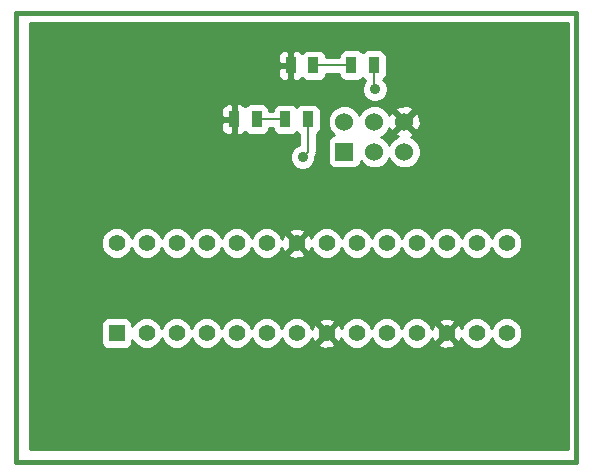
<source format=gtl>
G04 (created by PCBNEW-RS274X (2010-00-09 BZR 23xx)-stable) date Sun 16 Oct 2011 03:03:08 PM EDT*
G01*
G70*
G90*
%MOIN*%
G04 Gerber Fmt 3.4, Leading zero omitted, Abs format*
%FSLAX34Y34*%
G04 APERTURE LIST*
%ADD10C,0.006000*%
%ADD11C,0.015000*%
%ADD12C,0.055000*%
%ADD13R,0.055000X0.055000*%
%ADD14R,0.060000X0.060000*%
%ADD15C,0.060000*%
%ADD16R,0.035000X0.055000*%
%ADD17C,0.035000*%
%ADD18C,0.008000*%
%ADD19C,0.010000*%
G04 APERTURE END LIST*
G54D10*
G54D11*
X25260Y-21640D02*
X25270Y-21640D01*
X25260Y-36610D02*
X25260Y-21640D01*
X43910Y-36610D02*
X25260Y-36610D01*
X43910Y-21630D02*
X43910Y-36610D01*
X25280Y-21630D02*
X43910Y-21630D01*
G54D12*
X29600Y-32300D03*
X30600Y-32300D03*
X31600Y-32300D03*
X32600Y-32300D03*
X33600Y-32300D03*
X34600Y-32300D03*
X35600Y-32300D03*
X36600Y-32300D03*
X37600Y-32300D03*
X38600Y-32300D03*
X39600Y-32300D03*
X40600Y-32300D03*
X41600Y-32300D03*
G54D13*
X28600Y-32300D03*
G54D12*
X41600Y-29300D03*
X40600Y-29300D03*
X39600Y-29300D03*
X38600Y-29300D03*
X37600Y-29300D03*
X36600Y-29300D03*
X35600Y-29300D03*
X34600Y-29300D03*
X33600Y-29300D03*
X32600Y-29300D03*
X31600Y-29300D03*
X30600Y-29300D03*
X29600Y-29300D03*
X28600Y-29300D03*
G54D14*
X36190Y-26250D03*
G54D15*
X36190Y-25250D03*
X37190Y-26250D03*
X37190Y-25250D03*
X38190Y-26250D03*
X38190Y-25250D03*
G54D16*
X34975Y-25180D03*
X34225Y-25180D03*
X37175Y-23370D03*
X36425Y-23370D03*
X33265Y-25170D03*
X32515Y-25170D03*
X35155Y-23380D03*
X34405Y-23380D03*
G54D17*
X32880Y-23730D03*
X37210Y-24180D03*
X34800Y-26430D03*
G54D18*
X32515Y-25170D02*
X32515Y-24095D01*
X32515Y-24095D02*
X32880Y-23730D01*
X33230Y-23380D02*
X34405Y-23380D01*
X32880Y-23730D02*
X33230Y-23380D01*
X34225Y-25180D02*
X33275Y-25180D01*
X33275Y-25180D02*
X33265Y-25170D01*
X37175Y-23370D02*
X37175Y-24145D01*
X37175Y-24145D02*
X37210Y-24180D01*
X35155Y-23380D02*
X36415Y-23380D01*
X36415Y-23380D02*
X36425Y-23370D01*
X34975Y-26255D02*
X34975Y-25180D01*
X34800Y-26430D02*
X34975Y-26255D01*
G54D19*
X25730Y-21960D02*
X43635Y-21960D01*
X25730Y-22040D02*
X43635Y-22040D01*
X25730Y-22120D02*
X43635Y-22120D01*
X25730Y-22200D02*
X43635Y-22200D01*
X25730Y-22280D02*
X43635Y-22280D01*
X25730Y-22360D02*
X43635Y-22360D01*
X25730Y-22440D02*
X43635Y-22440D01*
X25730Y-22520D02*
X43635Y-22520D01*
X25730Y-22600D02*
X43635Y-22600D01*
X25730Y-22680D02*
X43635Y-22680D01*
X25730Y-22760D02*
X43635Y-22760D01*
X25730Y-22840D02*
X43635Y-22840D01*
X25730Y-22920D02*
X34063Y-22920D01*
X34355Y-22920D02*
X34455Y-22920D01*
X34747Y-22920D02*
X34813Y-22920D01*
X35497Y-22920D02*
X36073Y-22920D01*
X36777Y-22920D02*
X36822Y-22920D01*
X37527Y-22920D02*
X43635Y-22920D01*
X25730Y-23000D02*
X34004Y-23000D01*
X34355Y-23000D02*
X34455Y-23000D01*
X35556Y-23000D02*
X36020Y-23000D01*
X37580Y-23000D02*
X43635Y-23000D01*
X25730Y-23080D02*
X33981Y-23080D01*
X34355Y-23080D02*
X34455Y-23080D01*
X35579Y-23080D02*
X36001Y-23080D01*
X37599Y-23080D02*
X43635Y-23080D01*
X25730Y-23160D02*
X33981Y-23160D01*
X34355Y-23160D02*
X34455Y-23160D01*
X37599Y-23160D02*
X43635Y-23160D01*
X25730Y-23240D02*
X33981Y-23240D01*
X34355Y-23240D02*
X34455Y-23240D01*
X37599Y-23240D02*
X43635Y-23240D01*
X25730Y-23320D02*
X34032Y-23320D01*
X34355Y-23320D02*
X34455Y-23320D01*
X37599Y-23320D02*
X43635Y-23320D01*
X25730Y-23400D02*
X34455Y-23400D01*
X37599Y-23400D02*
X43635Y-23400D01*
X25730Y-23480D02*
X33992Y-23480D01*
X34355Y-23480D02*
X34455Y-23480D01*
X37599Y-23480D02*
X43635Y-23480D01*
X25730Y-23560D02*
X33980Y-23560D01*
X34355Y-23560D02*
X34455Y-23560D01*
X37599Y-23560D02*
X43635Y-23560D01*
X25730Y-23640D02*
X33981Y-23640D01*
X34355Y-23640D02*
X34455Y-23640D01*
X37599Y-23640D02*
X43635Y-23640D01*
X25730Y-23720D02*
X33987Y-23720D01*
X34355Y-23720D02*
X34455Y-23720D01*
X35572Y-23720D02*
X36011Y-23720D01*
X37588Y-23720D02*
X43635Y-23720D01*
X25730Y-23800D02*
X34023Y-23800D01*
X34355Y-23800D02*
X34455Y-23800D01*
X35537Y-23800D02*
X36053Y-23800D01*
X36795Y-23800D02*
X36803Y-23800D01*
X37547Y-23800D02*
X43635Y-23800D01*
X25730Y-23880D02*
X34122Y-23880D01*
X34318Y-23880D02*
X34492Y-23880D01*
X34687Y-23880D02*
X34872Y-23880D01*
X35437Y-23880D02*
X36166Y-23880D01*
X36682Y-23880D02*
X36885Y-23880D01*
X37511Y-23880D02*
X43635Y-23880D01*
X25730Y-23960D02*
X36842Y-23960D01*
X37580Y-23960D02*
X43635Y-23960D01*
X25730Y-24040D02*
X36808Y-24040D01*
X37613Y-24040D02*
X43635Y-24040D01*
X25730Y-24120D02*
X36785Y-24120D01*
X37635Y-24120D02*
X43635Y-24120D01*
X25730Y-24200D02*
X36785Y-24200D01*
X37635Y-24200D02*
X43635Y-24200D01*
X25730Y-24280D02*
X36791Y-24280D01*
X37628Y-24280D02*
X43635Y-24280D01*
X25730Y-24360D02*
X36824Y-24360D01*
X37595Y-24360D02*
X43635Y-24360D01*
X25730Y-24440D02*
X36869Y-24440D01*
X37551Y-24440D02*
X43635Y-24440D01*
X25730Y-24520D02*
X36949Y-24520D01*
X37471Y-24520D02*
X43635Y-24520D01*
X25730Y-24600D02*
X37113Y-24600D01*
X37306Y-24600D02*
X43635Y-24600D01*
X25730Y-24680D02*
X32209Y-24680D01*
X32438Y-24680D02*
X32592Y-24680D01*
X32822Y-24680D02*
X32959Y-24680D01*
X33572Y-24680D02*
X33943Y-24680D01*
X34508Y-24680D02*
X34693Y-24680D01*
X35258Y-24680D02*
X43635Y-24680D01*
X25730Y-24760D02*
X32127Y-24760D01*
X32465Y-24760D02*
X32565Y-24760D01*
X33654Y-24760D02*
X33843Y-24760D01*
X35357Y-24760D02*
X35940Y-24760D01*
X36441Y-24760D02*
X36940Y-24760D01*
X37441Y-24760D02*
X37954Y-24760D01*
X38420Y-24760D02*
X43635Y-24760D01*
X25730Y-24840D02*
X32094Y-24840D01*
X32465Y-24840D02*
X32565Y-24840D01*
X33687Y-24840D02*
X33808Y-24840D01*
X35393Y-24840D02*
X35824Y-24840D01*
X36556Y-24840D02*
X36824Y-24840D01*
X37556Y-24840D02*
X37892Y-24840D01*
X38489Y-24840D02*
X43635Y-24840D01*
X25730Y-24920D02*
X32091Y-24920D01*
X32465Y-24920D02*
X32565Y-24920D01*
X35399Y-24920D02*
X35744Y-24920D01*
X36636Y-24920D02*
X36744Y-24920D01*
X37636Y-24920D02*
X37930Y-24920D01*
X38449Y-24920D02*
X43635Y-24920D01*
X25730Y-25000D02*
X32091Y-25000D01*
X32465Y-25000D02*
X32565Y-25000D01*
X35399Y-25000D02*
X35700Y-25000D01*
X36681Y-25000D02*
X36700Y-25000D01*
X37681Y-25000D02*
X37707Y-25000D01*
X37870Y-25000D02*
X38010Y-25000D01*
X38369Y-25000D02*
X38511Y-25000D01*
X38675Y-25000D02*
X43635Y-25000D01*
X25730Y-25080D02*
X32112Y-25080D01*
X32465Y-25080D02*
X32565Y-25080D01*
X35399Y-25080D02*
X35667Y-25080D01*
X37950Y-25080D02*
X38090Y-25080D01*
X38289Y-25080D02*
X38431Y-25080D01*
X38708Y-25080D02*
X43635Y-25080D01*
X25730Y-25160D02*
X32565Y-25160D01*
X35399Y-25160D02*
X35641Y-25160D01*
X38030Y-25160D02*
X38170Y-25160D01*
X38209Y-25160D02*
X38351Y-25160D01*
X38725Y-25160D02*
X43635Y-25160D01*
X25730Y-25240D02*
X32132Y-25240D01*
X32465Y-25240D02*
X32565Y-25240D01*
X35399Y-25240D02*
X35641Y-25240D01*
X38110Y-25240D02*
X38271Y-25240D01*
X38729Y-25240D02*
X43635Y-25240D01*
X25730Y-25320D02*
X32090Y-25320D01*
X32465Y-25320D02*
X32565Y-25320D01*
X35399Y-25320D02*
X35641Y-25320D01*
X38049Y-25320D02*
X38330Y-25320D01*
X38733Y-25320D02*
X43635Y-25320D01*
X25730Y-25400D02*
X32091Y-25400D01*
X32465Y-25400D02*
X32565Y-25400D01*
X35399Y-25400D02*
X35658Y-25400D01*
X37969Y-25400D02*
X38111Y-25400D01*
X38270Y-25400D02*
X38410Y-25400D01*
X38708Y-25400D02*
X43635Y-25400D01*
X25730Y-25480D02*
X32091Y-25480D01*
X32465Y-25480D02*
X32565Y-25480D01*
X33689Y-25480D02*
X33801Y-25480D01*
X35399Y-25480D02*
X35691Y-25480D01*
X37687Y-25480D02*
X37696Y-25480D01*
X37889Y-25480D02*
X38031Y-25480D01*
X38350Y-25480D02*
X38490Y-25480D01*
X38679Y-25480D02*
X43635Y-25480D01*
X25730Y-25560D02*
X32118Y-25560D01*
X32465Y-25560D02*
X32565Y-25560D01*
X33661Y-25560D02*
X33824Y-25560D01*
X35376Y-25560D02*
X35724Y-25560D01*
X37655Y-25560D02*
X37951Y-25560D01*
X38430Y-25560D02*
X43635Y-25560D01*
X25730Y-25640D02*
X32183Y-25640D01*
X32458Y-25640D02*
X32572Y-25640D01*
X32846Y-25640D02*
X32933Y-25640D01*
X33597Y-25640D02*
X33883Y-25640D01*
X34566Y-25640D02*
X34633Y-25640D01*
X35317Y-25640D02*
X35803Y-25640D01*
X37576Y-25640D02*
X37885Y-25640D01*
X38494Y-25640D02*
X43635Y-25640D01*
X25730Y-25720D02*
X34685Y-25720D01*
X35265Y-25720D02*
X35795Y-25720D01*
X37488Y-25720D02*
X37908Y-25720D01*
X38471Y-25720D02*
X43635Y-25720D01*
X25730Y-25800D02*
X34685Y-25800D01*
X35265Y-25800D02*
X35688Y-25800D01*
X37516Y-25800D02*
X37864Y-25800D01*
X38516Y-25800D02*
X43635Y-25800D01*
X25730Y-25880D02*
X34685Y-25880D01*
X35265Y-25880D02*
X35650Y-25880D01*
X37596Y-25880D02*
X37784Y-25880D01*
X38596Y-25880D02*
X43635Y-25880D01*
X25730Y-25960D02*
X34685Y-25960D01*
X35265Y-25960D02*
X35641Y-25960D01*
X37664Y-25960D02*
X37717Y-25960D01*
X38664Y-25960D02*
X43635Y-25960D01*
X25730Y-26040D02*
X34630Y-26040D01*
X35265Y-26040D02*
X35641Y-26040D01*
X38697Y-26040D02*
X43635Y-26040D01*
X25730Y-26120D02*
X34509Y-26120D01*
X35265Y-26120D02*
X35641Y-26120D01*
X38731Y-26120D02*
X43635Y-26120D01*
X25730Y-26200D02*
X34436Y-26200D01*
X35265Y-26200D02*
X35641Y-26200D01*
X38739Y-26200D02*
X43635Y-26200D01*
X25730Y-26280D02*
X34403Y-26280D01*
X35260Y-26280D02*
X35641Y-26280D01*
X38739Y-26280D02*
X43635Y-26280D01*
X25730Y-26360D02*
X34375Y-26360D01*
X35244Y-26360D02*
X35641Y-26360D01*
X38738Y-26360D02*
X43635Y-26360D01*
X25730Y-26440D02*
X34375Y-26440D01*
X35225Y-26440D02*
X35641Y-26440D01*
X38705Y-26440D02*
X43635Y-26440D01*
X25730Y-26520D02*
X34377Y-26520D01*
X35222Y-26520D02*
X35641Y-26520D01*
X37671Y-26520D02*
X37708Y-26520D01*
X38672Y-26520D02*
X43635Y-26520D01*
X25730Y-26600D02*
X34410Y-26600D01*
X35189Y-26600D02*
X35641Y-26600D01*
X36739Y-26600D02*
X36764Y-26600D01*
X37616Y-26600D02*
X37764Y-26600D01*
X38616Y-26600D02*
X43635Y-26600D01*
X25730Y-26680D02*
X34449Y-26680D01*
X35151Y-26680D02*
X35674Y-26680D01*
X36705Y-26680D02*
X36844Y-26680D01*
X37536Y-26680D02*
X37844Y-26680D01*
X38536Y-26680D02*
X43635Y-26680D01*
X25730Y-26760D02*
X34529Y-26760D01*
X35071Y-26760D02*
X35748Y-26760D01*
X36632Y-26760D02*
X36987Y-26760D01*
X37392Y-26760D02*
X37987Y-26760D01*
X38392Y-26760D02*
X43635Y-26760D01*
X25730Y-26840D02*
X34679Y-26840D01*
X34920Y-26840D02*
X43635Y-26840D01*
X25730Y-26920D02*
X43635Y-26920D01*
X25730Y-27000D02*
X43635Y-27000D01*
X25730Y-27080D02*
X43635Y-27080D01*
X25730Y-27160D02*
X43635Y-27160D01*
X25730Y-27240D02*
X43635Y-27240D01*
X25730Y-27320D02*
X43635Y-27320D01*
X25730Y-27400D02*
X43635Y-27400D01*
X25730Y-27480D02*
X43635Y-27480D01*
X25730Y-27560D02*
X43635Y-27560D01*
X25730Y-27640D02*
X43635Y-27640D01*
X25730Y-27720D02*
X43635Y-27720D01*
X25730Y-27800D02*
X43635Y-27800D01*
X25730Y-27880D02*
X43635Y-27880D01*
X25730Y-27960D02*
X43635Y-27960D01*
X25730Y-28040D02*
X43635Y-28040D01*
X25730Y-28120D02*
X43635Y-28120D01*
X25730Y-28200D02*
X43635Y-28200D01*
X25730Y-28280D02*
X43635Y-28280D01*
X25730Y-28360D02*
X43635Y-28360D01*
X25730Y-28440D02*
X43635Y-28440D01*
X25730Y-28520D02*
X43635Y-28520D01*
X25730Y-28600D02*
X43635Y-28600D01*
X25730Y-28680D02*
X43635Y-28680D01*
X25730Y-28760D02*
X43635Y-28760D01*
X25730Y-28840D02*
X28340Y-28840D01*
X28862Y-28840D02*
X29340Y-28840D01*
X29862Y-28840D02*
X30340Y-28840D01*
X30862Y-28840D02*
X31340Y-28840D01*
X31862Y-28840D02*
X32339Y-28840D01*
X32862Y-28840D02*
X33340Y-28840D01*
X33862Y-28840D02*
X34353Y-28840D01*
X34845Y-28840D02*
X35340Y-28840D01*
X35862Y-28840D02*
X36340Y-28840D01*
X36862Y-28840D02*
X37340Y-28840D01*
X37862Y-28840D02*
X38340Y-28840D01*
X38862Y-28840D02*
X39340Y-28840D01*
X39862Y-28840D02*
X40340Y-28840D01*
X40862Y-28840D02*
X41340Y-28840D01*
X41862Y-28840D02*
X43635Y-28840D01*
X25730Y-28920D02*
X28238Y-28920D01*
X28963Y-28920D02*
X29238Y-28920D01*
X29963Y-28920D02*
X30238Y-28920D01*
X30963Y-28920D02*
X31238Y-28920D01*
X31963Y-28920D02*
X32238Y-28920D01*
X32963Y-28920D02*
X33238Y-28920D01*
X33963Y-28920D02*
X34315Y-28920D01*
X34886Y-28920D02*
X35238Y-28920D01*
X35963Y-28920D02*
X36238Y-28920D01*
X36963Y-28920D02*
X37238Y-28920D01*
X37963Y-28920D02*
X38238Y-28920D01*
X38963Y-28920D02*
X39238Y-28920D01*
X39963Y-28920D02*
X40238Y-28920D01*
X40963Y-28920D02*
X41238Y-28920D01*
X41963Y-28920D02*
X43635Y-28920D01*
X25730Y-29000D02*
X28158Y-29000D01*
X29043Y-29000D02*
X29158Y-29000D01*
X30043Y-29000D02*
X30158Y-29000D01*
X31043Y-29000D02*
X31158Y-29000D01*
X32043Y-29000D02*
X32158Y-29000D01*
X33043Y-29000D02*
X33158Y-29000D01*
X34043Y-29000D02*
X34371Y-29000D01*
X34829Y-29000D02*
X35158Y-29000D01*
X36043Y-29000D02*
X36158Y-29000D01*
X37043Y-29000D02*
X37158Y-29000D01*
X38043Y-29000D02*
X38158Y-29000D01*
X39043Y-29000D02*
X39158Y-29000D01*
X40043Y-29000D02*
X40158Y-29000D01*
X41043Y-29000D02*
X41158Y-29000D01*
X42043Y-29000D02*
X43635Y-29000D01*
X25730Y-29080D02*
X28123Y-29080D01*
X29077Y-29080D02*
X29123Y-29080D01*
X30077Y-29080D02*
X30123Y-29080D01*
X31077Y-29080D02*
X31123Y-29080D01*
X32077Y-29080D02*
X32123Y-29080D01*
X33077Y-29080D02*
X33123Y-29080D01*
X34077Y-29080D02*
X34132Y-29080D01*
X34309Y-29080D02*
X34451Y-29080D01*
X34749Y-29080D02*
X34891Y-29080D01*
X35071Y-29080D02*
X35123Y-29080D01*
X36077Y-29080D02*
X36123Y-29080D01*
X37077Y-29080D02*
X37123Y-29080D01*
X38078Y-29080D02*
X38123Y-29080D01*
X39077Y-29080D02*
X39123Y-29080D01*
X40077Y-29080D02*
X40123Y-29080D01*
X41077Y-29080D02*
X41123Y-29080D01*
X42077Y-29080D02*
X43635Y-29080D01*
X25730Y-29160D02*
X28090Y-29160D01*
X34389Y-29160D02*
X34531Y-29160D01*
X34669Y-29160D02*
X34811Y-29160D01*
X42111Y-29160D02*
X43635Y-29160D01*
X25730Y-29240D02*
X28075Y-29240D01*
X34469Y-29240D02*
X34731Y-29240D01*
X42125Y-29240D02*
X43635Y-29240D01*
X25730Y-29320D02*
X28075Y-29320D01*
X34509Y-29320D02*
X34691Y-29320D01*
X42125Y-29320D02*
X43635Y-29320D01*
X25730Y-29400D02*
X28075Y-29400D01*
X34429Y-29400D02*
X34571Y-29400D01*
X34629Y-29400D02*
X34771Y-29400D01*
X42125Y-29400D02*
X43635Y-29400D01*
X25730Y-29480D02*
X28106Y-29480D01*
X29093Y-29480D02*
X29106Y-29480D01*
X30093Y-29480D02*
X30106Y-29480D01*
X31093Y-29480D02*
X31106Y-29480D01*
X32093Y-29480D02*
X32106Y-29480D01*
X33093Y-29480D02*
X33106Y-29480D01*
X34093Y-29480D02*
X34112Y-29480D01*
X34349Y-29480D02*
X34491Y-29480D01*
X34709Y-29480D02*
X34851Y-29480D01*
X35081Y-29480D02*
X35106Y-29480D01*
X36093Y-29480D02*
X36106Y-29480D01*
X37093Y-29480D02*
X37106Y-29480D01*
X38093Y-29480D02*
X38106Y-29480D01*
X39093Y-29480D02*
X39106Y-29480D01*
X40093Y-29480D02*
X40106Y-29480D01*
X41093Y-29480D02*
X41106Y-29480D01*
X42093Y-29480D02*
X43635Y-29480D01*
X25730Y-29560D02*
X28139Y-29560D01*
X29060Y-29560D02*
X29139Y-29560D01*
X30060Y-29560D02*
X30139Y-29560D01*
X31060Y-29560D02*
X31139Y-29560D01*
X32060Y-29560D02*
X32139Y-29560D01*
X33060Y-29560D02*
X33139Y-29560D01*
X34060Y-29560D02*
X34145Y-29560D01*
X34269Y-29560D02*
X34411Y-29560D01*
X34789Y-29560D02*
X34931Y-29560D01*
X35054Y-29560D02*
X35139Y-29560D01*
X36060Y-29560D02*
X36139Y-29560D01*
X37060Y-29560D02*
X37139Y-29560D01*
X38060Y-29560D02*
X38139Y-29560D01*
X39060Y-29560D02*
X39139Y-29560D01*
X40060Y-29560D02*
X40139Y-29560D01*
X41060Y-29560D02*
X41139Y-29560D01*
X42060Y-29560D02*
X43635Y-29560D01*
X25730Y-29640D02*
X28197Y-29640D01*
X29002Y-29640D02*
X29197Y-29640D01*
X30002Y-29640D02*
X30197Y-29640D01*
X31002Y-29640D02*
X31197Y-29640D01*
X32002Y-29640D02*
X32197Y-29640D01*
X33002Y-29640D02*
X33197Y-29640D01*
X34002Y-29640D02*
X34331Y-29640D01*
X34869Y-29640D02*
X35197Y-29640D01*
X36002Y-29640D02*
X36197Y-29640D01*
X37002Y-29640D02*
X37197Y-29640D01*
X38002Y-29640D02*
X38197Y-29640D01*
X39002Y-29640D02*
X39197Y-29640D01*
X40002Y-29640D02*
X40197Y-29640D01*
X41002Y-29640D02*
X41197Y-29640D01*
X42002Y-29640D02*
X43635Y-29640D01*
X25730Y-29720D02*
X28277Y-29720D01*
X28922Y-29720D02*
X29277Y-29720D01*
X29922Y-29720D02*
X30277Y-29720D01*
X30922Y-29720D02*
X31277Y-29720D01*
X31922Y-29720D02*
X32277Y-29720D01*
X32922Y-29720D02*
X33277Y-29720D01*
X33922Y-29720D02*
X34324Y-29720D01*
X34875Y-29720D02*
X35277Y-29720D01*
X35922Y-29720D02*
X36277Y-29720D01*
X36922Y-29720D02*
X37277Y-29720D01*
X37922Y-29720D02*
X38277Y-29720D01*
X38922Y-29720D02*
X39277Y-29720D01*
X39922Y-29720D02*
X40277Y-29720D01*
X40922Y-29720D02*
X41277Y-29720D01*
X41922Y-29720D02*
X43635Y-29720D01*
X25730Y-29800D02*
X28434Y-29800D01*
X28764Y-29800D02*
X29434Y-29800D01*
X29764Y-29800D02*
X30434Y-29800D01*
X30764Y-29800D02*
X31434Y-29800D01*
X31764Y-29800D02*
X32434Y-29800D01*
X32764Y-29800D02*
X33434Y-29800D01*
X33764Y-29800D02*
X34471Y-29800D01*
X34749Y-29800D02*
X35434Y-29800D01*
X35764Y-29800D02*
X36434Y-29800D01*
X36764Y-29800D02*
X37434Y-29800D01*
X37764Y-29800D02*
X38434Y-29800D01*
X38764Y-29800D02*
X39434Y-29800D01*
X39764Y-29800D02*
X40434Y-29800D01*
X40764Y-29800D02*
X41434Y-29800D01*
X41764Y-29800D02*
X43635Y-29800D01*
X25730Y-29880D02*
X43635Y-29880D01*
X25730Y-29960D02*
X43635Y-29960D01*
X25730Y-30040D02*
X43635Y-30040D01*
X25730Y-30120D02*
X43635Y-30120D01*
X25730Y-30200D02*
X43635Y-30200D01*
X25730Y-30280D02*
X43635Y-30280D01*
X25730Y-30360D02*
X43635Y-30360D01*
X25730Y-30440D02*
X43635Y-30440D01*
X25730Y-30520D02*
X43635Y-30520D01*
X25730Y-30600D02*
X43635Y-30600D01*
X25730Y-30680D02*
X43635Y-30680D01*
X25730Y-30760D02*
X43635Y-30760D01*
X25730Y-30840D02*
X43635Y-30840D01*
X25730Y-30920D02*
X43635Y-30920D01*
X25730Y-31000D02*
X43635Y-31000D01*
X25730Y-31080D02*
X43635Y-31080D01*
X25730Y-31160D02*
X43635Y-31160D01*
X25730Y-31240D02*
X43635Y-31240D01*
X25730Y-31320D02*
X43635Y-31320D01*
X25730Y-31400D02*
X43635Y-31400D01*
X25730Y-31480D02*
X43635Y-31480D01*
X25730Y-31560D02*
X43635Y-31560D01*
X25730Y-31640D02*
X43635Y-31640D01*
X25730Y-31720D02*
X43635Y-31720D01*
X25730Y-31800D02*
X28218Y-31800D01*
X28983Y-31800D02*
X29436Y-31800D01*
X29766Y-31800D02*
X30436Y-31800D01*
X30766Y-31800D02*
X31436Y-31800D01*
X31766Y-31800D02*
X32436Y-31800D01*
X32766Y-31800D02*
X33435Y-31800D01*
X33766Y-31800D02*
X34436Y-31800D01*
X34766Y-31800D02*
X35451Y-31800D01*
X35729Y-31800D02*
X36436Y-31800D01*
X36766Y-31800D02*
X37436Y-31800D01*
X37766Y-31800D02*
X38436Y-31800D01*
X38766Y-31800D02*
X39451Y-31800D01*
X39729Y-31800D02*
X40436Y-31800D01*
X40766Y-31800D02*
X41435Y-31800D01*
X41766Y-31800D02*
X43635Y-31800D01*
X25730Y-31880D02*
X28118Y-31880D01*
X29082Y-31880D02*
X29278Y-31880D01*
X29923Y-31880D02*
X30278Y-31880D01*
X30923Y-31880D02*
X31278Y-31880D01*
X31923Y-31880D02*
X32278Y-31880D01*
X32923Y-31880D02*
X33278Y-31880D01*
X33923Y-31880D02*
X34278Y-31880D01*
X34923Y-31880D02*
X35325Y-31880D01*
X35876Y-31880D02*
X36278Y-31880D01*
X36923Y-31880D02*
X37278Y-31880D01*
X37923Y-31880D02*
X38278Y-31880D01*
X38923Y-31880D02*
X39325Y-31880D01*
X39876Y-31880D02*
X40278Y-31880D01*
X40923Y-31880D02*
X41278Y-31880D01*
X41923Y-31880D02*
X43635Y-31880D01*
X25730Y-31960D02*
X28083Y-31960D01*
X29118Y-31960D02*
X29198Y-31960D01*
X30003Y-31960D02*
X30198Y-31960D01*
X31003Y-31960D02*
X31198Y-31960D01*
X32003Y-31960D02*
X32198Y-31960D01*
X33003Y-31960D02*
X33198Y-31960D01*
X34003Y-31960D02*
X34198Y-31960D01*
X35003Y-31960D02*
X35331Y-31960D01*
X35869Y-31960D02*
X36198Y-31960D01*
X37003Y-31960D02*
X37198Y-31960D01*
X38003Y-31960D02*
X38198Y-31960D01*
X39003Y-31960D02*
X39331Y-31960D01*
X39869Y-31960D02*
X40198Y-31960D01*
X41003Y-31960D02*
X41198Y-31960D01*
X42003Y-31960D02*
X43635Y-31960D01*
X25730Y-32040D02*
X28076Y-32040D01*
X29124Y-32040D02*
X29140Y-32040D01*
X30061Y-32040D02*
X30139Y-32040D01*
X31061Y-32040D02*
X31139Y-32040D01*
X32061Y-32040D02*
X32139Y-32040D01*
X33061Y-32040D02*
X33139Y-32040D01*
X34061Y-32040D02*
X34139Y-32040D01*
X35061Y-32040D02*
X35146Y-32040D01*
X35269Y-32040D02*
X35411Y-32040D01*
X35789Y-32040D02*
X35931Y-32040D01*
X36055Y-32040D02*
X36139Y-32040D01*
X37061Y-32040D02*
X37139Y-32040D01*
X38061Y-32040D02*
X38139Y-32040D01*
X39061Y-32040D02*
X39146Y-32040D01*
X39269Y-32040D02*
X39411Y-32040D01*
X39789Y-32040D02*
X39931Y-32040D01*
X40055Y-32040D02*
X40139Y-32040D01*
X41061Y-32040D02*
X41139Y-32040D01*
X42061Y-32040D02*
X43635Y-32040D01*
X25730Y-32120D02*
X28076Y-32120D01*
X30093Y-32120D02*
X30106Y-32120D01*
X31093Y-32120D02*
X31106Y-32120D01*
X32093Y-32120D02*
X32106Y-32120D01*
X33093Y-32120D02*
X33106Y-32120D01*
X34093Y-32120D02*
X34106Y-32120D01*
X35094Y-32120D02*
X35118Y-32120D01*
X35349Y-32120D02*
X35491Y-32120D01*
X35709Y-32120D02*
X35851Y-32120D01*
X36088Y-32120D02*
X36106Y-32120D01*
X37093Y-32120D02*
X37106Y-32120D01*
X38093Y-32120D02*
X38106Y-32120D01*
X39094Y-32120D02*
X39118Y-32120D01*
X39349Y-32120D02*
X39491Y-32120D01*
X39709Y-32120D02*
X39851Y-32120D01*
X40088Y-32120D02*
X40106Y-32120D01*
X41093Y-32120D02*
X41106Y-32120D01*
X42094Y-32120D02*
X43635Y-32120D01*
X25730Y-32200D02*
X28076Y-32200D01*
X35429Y-32200D02*
X35571Y-32200D01*
X35629Y-32200D02*
X35771Y-32200D01*
X39429Y-32200D02*
X39571Y-32200D01*
X39629Y-32200D02*
X39771Y-32200D01*
X42125Y-32200D02*
X43635Y-32200D01*
X25730Y-32280D02*
X28076Y-32280D01*
X35509Y-32280D02*
X35691Y-32280D01*
X39509Y-32280D02*
X39691Y-32280D01*
X42125Y-32280D02*
X43635Y-32280D01*
X25730Y-32360D02*
X28076Y-32360D01*
X35469Y-32360D02*
X35731Y-32360D01*
X39469Y-32360D02*
X39731Y-32360D01*
X42125Y-32360D02*
X43635Y-32360D01*
X25730Y-32440D02*
X28076Y-32440D01*
X35389Y-32440D02*
X35531Y-32440D01*
X35669Y-32440D02*
X35811Y-32440D01*
X39389Y-32440D02*
X39531Y-32440D01*
X39669Y-32440D02*
X39811Y-32440D01*
X42110Y-32440D02*
X43635Y-32440D01*
X25730Y-32520D02*
X28076Y-32520D01*
X30077Y-32520D02*
X30123Y-32520D01*
X31077Y-32520D02*
X31123Y-32520D01*
X32077Y-32520D02*
X32123Y-32520D01*
X33077Y-32520D02*
X33123Y-32520D01*
X34077Y-32520D02*
X34123Y-32520D01*
X35077Y-32520D02*
X35128Y-32520D01*
X35309Y-32520D02*
X35451Y-32520D01*
X35749Y-32520D02*
X35891Y-32520D01*
X36068Y-32520D02*
X36122Y-32520D01*
X37077Y-32520D02*
X37123Y-32520D01*
X38077Y-32520D02*
X38123Y-32520D01*
X39077Y-32520D02*
X39128Y-32520D01*
X39309Y-32520D02*
X39451Y-32520D01*
X39749Y-32520D02*
X39891Y-32520D01*
X40068Y-32520D02*
X40122Y-32520D01*
X41077Y-32520D02*
X41123Y-32520D01*
X42077Y-32520D02*
X43635Y-32520D01*
X25730Y-32600D02*
X28076Y-32600D01*
X29124Y-32600D02*
X29157Y-32600D01*
X30042Y-32600D02*
X30157Y-32600D01*
X31042Y-32600D02*
X31157Y-32600D01*
X32042Y-32600D02*
X32157Y-32600D01*
X33042Y-32600D02*
X33157Y-32600D01*
X34042Y-32600D02*
X34157Y-32600D01*
X35042Y-32600D02*
X35371Y-32600D01*
X35829Y-32600D02*
X36157Y-32600D01*
X37042Y-32600D02*
X37157Y-32600D01*
X38042Y-32600D02*
X38157Y-32600D01*
X39042Y-32600D02*
X39371Y-32600D01*
X39829Y-32600D02*
X40157Y-32600D01*
X41042Y-32600D02*
X41157Y-32600D01*
X42042Y-32600D02*
X43635Y-32600D01*
X25730Y-32680D02*
X28099Y-32680D01*
X29101Y-32680D02*
X29237Y-32680D01*
X29962Y-32680D02*
X30237Y-32680D01*
X30962Y-32680D02*
X31237Y-32680D01*
X31962Y-32680D02*
X32237Y-32680D01*
X32962Y-32680D02*
X33237Y-32680D01*
X33962Y-32680D02*
X34237Y-32680D01*
X34962Y-32680D02*
X35314Y-32680D01*
X35885Y-32680D02*
X36237Y-32680D01*
X36962Y-32680D02*
X37237Y-32680D01*
X37962Y-32680D02*
X38237Y-32680D01*
X38962Y-32680D02*
X39314Y-32680D01*
X39885Y-32680D02*
X40237Y-32680D01*
X40962Y-32680D02*
X41237Y-32680D01*
X41962Y-32680D02*
X43635Y-32680D01*
X25730Y-32760D02*
X28158Y-32760D01*
X29042Y-32760D02*
X29338Y-32760D01*
X29860Y-32760D02*
X30338Y-32760D01*
X30860Y-32760D02*
X31338Y-32760D01*
X31860Y-32760D02*
X32338Y-32760D01*
X32860Y-32760D02*
X33338Y-32760D01*
X33860Y-32760D02*
X34338Y-32760D01*
X34860Y-32760D02*
X35356Y-32760D01*
X35847Y-32760D02*
X36338Y-32760D01*
X36860Y-32760D02*
X37338Y-32760D01*
X37860Y-32760D02*
X38338Y-32760D01*
X38860Y-32760D02*
X39356Y-32760D01*
X39847Y-32760D02*
X40338Y-32760D01*
X40860Y-32760D02*
X41338Y-32760D01*
X41860Y-32760D02*
X43635Y-32760D01*
X25730Y-32840D02*
X43635Y-32840D01*
X25730Y-32920D02*
X43635Y-32920D01*
X25730Y-33000D02*
X43635Y-33000D01*
X25730Y-33080D02*
X43635Y-33080D01*
X25730Y-33160D02*
X43635Y-33160D01*
X25730Y-33240D02*
X43635Y-33240D01*
X25730Y-33320D02*
X43635Y-33320D01*
X25730Y-33400D02*
X43635Y-33400D01*
X25730Y-33480D02*
X43635Y-33480D01*
X25730Y-33560D02*
X43635Y-33560D01*
X25730Y-33640D02*
X43635Y-33640D01*
X25730Y-33720D02*
X43635Y-33720D01*
X25730Y-33800D02*
X43635Y-33800D01*
X25730Y-33880D02*
X43635Y-33880D01*
X25730Y-33960D02*
X43635Y-33960D01*
X25730Y-34040D02*
X43635Y-34040D01*
X25730Y-34120D02*
X43635Y-34120D01*
X25730Y-34200D02*
X43635Y-34200D01*
X25730Y-34280D02*
X43635Y-34280D01*
X25730Y-34360D02*
X43635Y-34360D01*
X25730Y-34440D02*
X43635Y-34440D01*
X25730Y-34520D02*
X43635Y-34520D01*
X25730Y-34600D02*
X43635Y-34600D01*
X25730Y-34680D02*
X43635Y-34680D01*
X25730Y-34760D02*
X43635Y-34760D01*
X25730Y-34840D02*
X43635Y-34840D01*
X25730Y-34920D02*
X43635Y-34920D01*
X25730Y-35000D02*
X43635Y-35000D01*
X25730Y-35080D02*
X43635Y-35080D01*
X25730Y-35160D02*
X43635Y-35160D01*
X25730Y-35240D02*
X43635Y-35240D01*
X25730Y-35320D02*
X43635Y-35320D01*
X25730Y-35400D02*
X43635Y-35400D01*
X25730Y-35480D02*
X43635Y-35480D01*
X25730Y-35560D02*
X43635Y-35560D01*
X25730Y-35640D02*
X43635Y-35640D01*
X25730Y-35720D02*
X43635Y-35720D01*
X25730Y-35800D02*
X43635Y-35800D01*
X25730Y-35880D02*
X43635Y-35880D01*
X25730Y-35960D02*
X43635Y-35960D01*
X25730Y-36040D02*
X43635Y-36040D01*
X25730Y-36120D02*
X43635Y-36120D01*
X43635Y-36180D02*
X43635Y-21960D01*
X25730Y-21960D01*
X25730Y-36180D01*
X34495Y-36180D01*
X34495Y-32825D01*
X34302Y-32745D01*
X34155Y-32597D01*
X34100Y-32464D01*
X34045Y-32598D01*
X33897Y-32745D01*
X33704Y-32825D01*
X33495Y-32825D01*
X33302Y-32745D01*
X33155Y-32597D01*
X33100Y-32464D01*
X33045Y-32598D01*
X32897Y-32745D01*
X32704Y-32825D01*
X32495Y-32825D01*
X32302Y-32745D01*
X32155Y-32597D01*
X32100Y-32464D01*
X32045Y-32598D01*
X31897Y-32745D01*
X31704Y-32825D01*
X31495Y-32825D01*
X31302Y-32745D01*
X31155Y-32597D01*
X31100Y-32464D01*
X31045Y-32598D01*
X30897Y-32745D01*
X30704Y-32825D01*
X30495Y-32825D01*
X30302Y-32745D01*
X30155Y-32597D01*
X30100Y-32464D01*
X30045Y-32598D01*
X29897Y-32745D01*
X29704Y-32825D01*
X29495Y-32825D01*
X29302Y-32745D01*
X29155Y-32597D01*
X29124Y-32522D01*
X29124Y-32625D01*
X29086Y-32716D01*
X29016Y-32786D01*
X28924Y-32824D01*
X28275Y-32824D01*
X28184Y-32786D01*
X28114Y-32716D01*
X28076Y-32624D01*
X28076Y-31975D01*
X28114Y-31884D01*
X28184Y-31814D01*
X28276Y-31776D01*
X28925Y-31776D01*
X29016Y-31814D01*
X29086Y-31884D01*
X29124Y-31976D01*
X29124Y-32076D01*
X29155Y-32002D01*
X29303Y-31855D01*
X29496Y-31775D01*
X29705Y-31775D01*
X29898Y-31855D01*
X30045Y-32003D01*
X30099Y-32135D01*
X30155Y-32002D01*
X30303Y-31855D01*
X30496Y-31775D01*
X30705Y-31775D01*
X30898Y-31855D01*
X31045Y-32003D01*
X31099Y-32135D01*
X31155Y-32002D01*
X31303Y-31855D01*
X31496Y-31775D01*
X31705Y-31775D01*
X31898Y-31855D01*
X32045Y-32003D01*
X32099Y-32135D01*
X32155Y-32002D01*
X32303Y-31855D01*
X32496Y-31775D01*
X32705Y-31775D01*
X32898Y-31855D01*
X33045Y-32003D01*
X33099Y-32135D01*
X33155Y-32002D01*
X33303Y-31855D01*
X33495Y-31775D01*
X33495Y-29825D01*
X33302Y-29745D01*
X33155Y-29597D01*
X33100Y-29464D01*
X33045Y-29598D01*
X32897Y-29745D01*
X32704Y-29825D01*
X32495Y-29825D01*
X32302Y-29745D01*
X32155Y-29597D01*
X32100Y-29464D01*
X32045Y-29598D01*
X31897Y-29745D01*
X31704Y-29825D01*
X31495Y-29825D01*
X31302Y-29745D01*
X31155Y-29597D01*
X31100Y-29464D01*
X31045Y-29598D01*
X30897Y-29745D01*
X30704Y-29825D01*
X30495Y-29825D01*
X30302Y-29745D01*
X30155Y-29597D01*
X30100Y-29464D01*
X30045Y-29598D01*
X29897Y-29745D01*
X29704Y-29825D01*
X29495Y-29825D01*
X29302Y-29745D01*
X29155Y-29597D01*
X29100Y-29464D01*
X29045Y-29598D01*
X28897Y-29745D01*
X28704Y-29825D01*
X28495Y-29825D01*
X28302Y-29745D01*
X28155Y-29597D01*
X28075Y-29404D01*
X28075Y-29195D01*
X28155Y-29002D01*
X28303Y-28855D01*
X28496Y-28775D01*
X28705Y-28775D01*
X28898Y-28855D01*
X29045Y-29003D01*
X29099Y-29135D01*
X29155Y-29002D01*
X29303Y-28855D01*
X29496Y-28775D01*
X29705Y-28775D01*
X29898Y-28855D01*
X30045Y-29003D01*
X30099Y-29135D01*
X30155Y-29002D01*
X30303Y-28855D01*
X30496Y-28775D01*
X30705Y-28775D01*
X30898Y-28855D01*
X31045Y-29003D01*
X31099Y-29135D01*
X31155Y-29002D01*
X31303Y-28855D01*
X31496Y-28775D01*
X31705Y-28775D01*
X31898Y-28855D01*
X32045Y-29003D01*
X32099Y-29135D01*
X32155Y-29002D01*
X32303Y-28855D01*
X32403Y-28813D01*
X32403Y-25695D01*
X32291Y-25694D01*
X32199Y-25656D01*
X32129Y-25586D01*
X32091Y-25495D01*
X32091Y-25396D01*
X32090Y-25282D01*
X32152Y-25220D01*
X32152Y-25120D01*
X32090Y-25058D01*
X32091Y-24944D01*
X32091Y-24845D01*
X32129Y-24754D01*
X32199Y-24684D01*
X32291Y-24646D01*
X32403Y-24645D01*
X32465Y-24707D01*
X32465Y-25120D01*
X32152Y-25120D01*
X32152Y-25220D01*
X32465Y-25220D01*
X32465Y-25633D01*
X32403Y-25695D01*
X32403Y-28813D01*
X32496Y-28775D01*
X32705Y-28775D01*
X32898Y-28855D01*
X33045Y-29003D01*
X33099Y-29135D01*
X33155Y-29002D01*
X33303Y-28855D01*
X33496Y-28775D01*
X33705Y-28775D01*
X33898Y-28855D01*
X34045Y-29003D01*
X34106Y-29151D01*
X34148Y-29033D01*
X34239Y-29010D01*
X34529Y-29300D01*
X34239Y-29590D01*
X34148Y-29567D01*
X34103Y-29457D01*
X34045Y-29598D01*
X33897Y-29745D01*
X33704Y-29825D01*
X33495Y-29825D01*
X33495Y-31775D01*
X33705Y-31775D01*
X33898Y-31855D01*
X34045Y-32003D01*
X34099Y-32135D01*
X34155Y-32002D01*
X34303Y-31855D01*
X34496Y-31775D01*
X34526Y-31775D01*
X34526Y-29819D01*
X34333Y-29752D01*
X34310Y-29661D01*
X34600Y-29371D01*
X34600Y-29229D01*
X34310Y-28939D01*
X34333Y-28848D01*
X34470Y-28792D01*
X34674Y-28781D01*
X34715Y-28795D01*
X34715Y-26855D01*
X34559Y-26790D01*
X34439Y-26670D01*
X34375Y-26514D01*
X34375Y-26345D01*
X34440Y-26189D01*
X34560Y-26069D01*
X34685Y-26017D01*
X34685Y-25676D01*
X34659Y-25666D01*
X34599Y-25606D01*
X34541Y-25666D01*
X34449Y-25704D01*
X34000Y-25704D01*
X33909Y-25666D01*
X33839Y-25596D01*
X33801Y-25504D01*
X33801Y-25470D01*
X33689Y-25470D01*
X33689Y-25495D01*
X33651Y-25586D01*
X33581Y-25656D01*
X33489Y-25694D01*
X33040Y-25694D01*
X32949Y-25656D01*
X32889Y-25596D01*
X32831Y-25656D01*
X32739Y-25694D01*
X32627Y-25695D01*
X32565Y-25633D01*
X32565Y-25220D01*
X32565Y-25120D01*
X32565Y-24707D01*
X32627Y-24645D01*
X32739Y-24646D01*
X32831Y-24684D01*
X32889Y-24742D01*
X32949Y-24684D01*
X33041Y-24646D01*
X33490Y-24646D01*
X33581Y-24684D01*
X33651Y-24754D01*
X33689Y-24846D01*
X33689Y-24890D01*
X33801Y-24890D01*
X33801Y-24855D01*
X33839Y-24764D01*
X33909Y-24694D01*
X34001Y-24656D01*
X34293Y-24656D01*
X34293Y-23905D01*
X34181Y-23904D01*
X34089Y-23866D01*
X34019Y-23796D01*
X33981Y-23705D01*
X33981Y-23606D01*
X33980Y-23492D01*
X34042Y-23430D01*
X34042Y-23330D01*
X33980Y-23268D01*
X33981Y-23154D01*
X33981Y-23055D01*
X34019Y-22964D01*
X34089Y-22894D01*
X34181Y-22856D01*
X34293Y-22855D01*
X34355Y-22917D01*
X34355Y-23330D01*
X34042Y-23330D01*
X34042Y-23430D01*
X34355Y-23430D01*
X34355Y-23843D01*
X34293Y-23905D01*
X34293Y-24656D01*
X34450Y-24656D01*
X34541Y-24694D01*
X34599Y-24752D01*
X34659Y-24694D01*
X34751Y-24656D01*
X35200Y-24656D01*
X35291Y-24694D01*
X35361Y-24764D01*
X35399Y-24856D01*
X35399Y-25505D01*
X35361Y-25596D01*
X35291Y-25666D01*
X35265Y-25676D01*
X35265Y-26255D01*
X35243Y-26366D01*
X35225Y-26392D01*
X35225Y-26515D01*
X35160Y-26671D01*
X35040Y-26791D01*
X34884Y-26855D01*
X34715Y-26855D01*
X34715Y-28795D01*
X34867Y-28848D01*
X34890Y-28939D01*
X34600Y-29229D01*
X34600Y-29371D01*
X34890Y-29661D01*
X34867Y-29752D01*
X34730Y-29808D01*
X34715Y-29808D01*
X34526Y-29819D01*
X34526Y-31775D01*
X34705Y-31775D01*
X34715Y-31779D01*
X34898Y-31855D01*
X35045Y-32003D01*
X35106Y-32151D01*
X35148Y-32033D01*
X35239Y-32010D01*
X35529Y-32300D01*
X35239Y-32590D01*
X35148Y-32567D01*
X35103Y-32457D01*
X35045Y-32598D01*
X34897Y-32745D01*
X34704Y-32825D01*
X34495Y-32825D01*
X34495Y-36180D01*
X35526Y-36180D01*
X35526Y-32819D01*
X35333Y-32752D01*
X35310Y-32661D01*
X35600Y-32371D01*
X35600Y-32229D01*
X35310Y-31939D01*
X35333Y-31848D01*
X35470Y-31792D01*
X35674Y-31781D01*
X35867Y-31848D01*
X35890Y-31939D01*
X35600Y-32229D01*
X35600Y-32371D01*
X35890Y-32661D01*
X35867Y-32752D01*
X35730Y-32808D01*
X35526Y-32819D01*
X35526Y-36180D01*
X38495Y-36180D01*
X38495Y-32825D01*
X38302Y-32745D01*
X38155Y-32597D01*
X38100Y-32464D01*
X38045Y-32598D01*
X37897Y-32745D01*
X37704Y-32825D01*
X37495Y-32825D01*
X37302Y-32745D01*
X37155Y-32597D01*
X37100Y-32464D01*
X37045Y-32598D01*
X36897Y-32745D01*
X36704Y-32825D01*
X36495Y-32825D01*
X36302Y-32745D01*
X36155Y-32597D01*
X36093Y-32448D01*
X36052Y-32567D01*
X35961Y-32590D01*
X35671Y-32300D01*
X35961Y-32010D01*
X36052Y-32033D01*
X36096Y-32142D01*
X36155Y-32002D01*
X36303Y-31855D01*
X36496Y-31775D01*
X36705Y-31775D01*
X36898Y-31855D01*
X37045Y-32003D01*
X37099Y-32135D01*
X37155Y-32002D01*
X37303Y-31855D01*
X37496Y-31775D01*
X37705Y-31775D01*
X37898Y-31855D01*
X38045Y-32003D01*
X38099Y-32135D01*
X38155Y-32002D01*
X38303Y-31855D01*
X38496Y-31775D01*
X38705Y-31775D01*
X38898Y-31855D01*
X39045Y-32003D01*
X39106Y-32151D01*
X39148Y-32033D01*
X39239Y-32010D01*
X39529Y-32300D01*
X39239Y-32590D01*
X39148Y-32567D01*
X39103Y-32457D01*
X39045Y-32598D01*
X38897Y-32745D01*
X38704Y-32825D01*
X38495Y-32825D01*
X38495Y-36180D01*
X39526Y-36180D01*
X39526Y-32819D01*
X39333Y-32752D01*
X39310Y-32661D01*
X39600Y-32371D01*
X39600Y-32229D01*
X39310Y-31939D01*
X39333Y-31848D01*
X39470Y-31792D01*
X39674Y-31781D01*
X39867Y-31848D01*
X39890Y-31939D01*
X39600Y-32229D01*
X39600Y-32371D01*
X39890Y-32661D01*
X39867Y-32752D01*
X39730Y-32808D01*
X39526Y-32819D01*
X39526Y-36180D01*
X41495Y-36180D01*
X41495Y-32825D01*
X41302Y-32745D01*
X41155Y-32597D01*
X41100Y-32464D01*
X41045Y-32598D01*
X40897Y-32745D01*
X40704Y-32825D01*
X40495Y-32825D01*
X40302Y-32745D01*
X40155Y-32597D01*
X40093Y-32448D01*
X40052Y-32567D01*
X39961Y-32590D01*
X39671Y-32300D01*
X39961Y-32010D01*
X40052Y-32033D01*
X40096Y-32142D01*
X40155Y-32002D01*
X40303Y-31855D01*
X40496Y-31775D01*
X40705Y-31775D01*
X40898Y-31855D01*
X41045Y-32003D01*
X41099Y-32135D01*
X41155Y-32002D01*
X41303Y-31855D01*
X41495Y-31775D01*
X41495Y-29825D01*
X41302Y-29745D01*
X41155Y-29597D01*
X41100Y-29464D01*
X41045Y-29598D01*
X40897Y-29745D01*
X40704Y-29825D01*
X40495Y-29825D01*
X40302Y-29745D01*
X40155Y-29597D01*
X40100Y-29464D01*
X40045Y-29598D01*
X39897Y-29745D01*
X39704Y-29825D01*
X39495Y-29825D01*
X39302Y-29745D01*
X39155Y-29597D01*
X39100Y-29464D01*
X39045Y-29598D01*
X38897Y-29745D01*
X38704Y-29825D01*
X38495Y-29825D01*
X38302Y-29745D01*
X38155Y-29597D01*
X38100Y-29464D01*
X38045Y-29598D01*
X37897Y-29745D01*
X37704Y-29825D01*
X37495Y-29825D01*
X37302Y-29745D01*
X37155Y-29597D01*
X37100Y-29464D01*
X37045Y-29598D01*
X36897Y-29745D01*
X36704Y-29825D01*
X36495Y-29825D01*
X36302Y-29745D01*
X36155Y-29597D01*
X36100Y-29464D01*
X36045Y-29598D01*
X35897Y-29745D01*
X35704Y-29825D01*
X35495Y-29825D01*
X35302Y-29745D01*
X35155Y-29597D01*
X35093Y-29448D01*
X35052Y-29567D01*
X34961Y-29590D01*
X34671Y-29300D01*
X34961Y-29010D01*
X35052Y-29033D01*
X35096Y-29142D01*
X35155Y-29002D01*
X35303Y-28855D01*
X35496Y-28775D01*
X35705Y-28775D01*
X35898Y-28855D01*
X36045Y-29003D01*
X36099Y-29135D01*
X36155Y-29002D01*
X36303Y-28855D01*
X36496Y-28775D01*
X36705Y-28775D01*
X36898Y-28855D01*
X37045Y-29003D01*
X37099Y-29135D01*
X37155Y-29002D01*
X37303Y-28855D01*
X37496Y-28775D01*
X37705Y-28775D01*
X37898Y-28855D01*
X38045Y-29003D01*
X38081Y-29089D01*
X38081Y-26799D01*
X37879Y-26715D01*
X37725Y-26561D01*
X37690Y-26476D01*
X37655Y-26561D01*
X37501Y-26715D01*
X37299Y-26799D01*
X37081Y-26799D01*
X36879Y-26715D01*
X36739Y-26575D01*
X36739Y-26600D01*
X36701Y-26691D01*
X36631Y-26761D01*
X36539Y-26799D01*
X35840Y-26799D01*
X35749Y-26761D01*
X35679Y-26691D01*
X35641Y-26599D01*
X35641Y-25900D01*
X35679Y-25809D01*
X35749Y-25739D01*
X35841Y-25701D01*
X35864Y-25701D01*
X35725Y-25561D01*
X35641Y-25359D01*
X35641Y-25141D01*
X35725Y-24939D01*
X35879Y-24785D01*
X36081Y-24701D01*
X36299Y-24701D01*
X36501Y-24785D01*
X36655Y-24939D01*
X36690Y-25023D01*
X36725Y-24939D01*
X36879Y-24785D01*
X37081Y-24701D01*
X37125Y-24701D01*
X37125Y-24605D01*
X36969Y-24540D01*
X36849Y-24420D01*
X36785Y-24264D01*
X36785Y-24095D01*
X36850Y-23939D01*
X36885Y-23904D01*
X36885Y-23866D01*
X36859Y-23856D01*
X36799Y-23796D01*
X36741Y-23856D01*
X36649Y-23894D01*
X36200Y-23894D01*
X36109Y-23856D01*
X36039Y-23786D01*
X36001Y-23694D01*
X36001Y-23670D01*
X35579Y-23670D01*
X35579Y-23705D01*
X35541Y-23796D01*
X35471Y-23866D01*
X35379Y-23904D01*
X34930Y-23904D01*
X34839Y-23866D01*
X34779Y-23806D01*
X34721Y-23866D01*
X34629Y-23904D01*
X34517Y-23905D01*
X34455Y-23843D01*
X34455Y-23430D01*
X34455Y-23330D01*
X34455Y-22917D01*
X34517Y-22855D01*
X34629Y-22856D01*
X34721Y-22894D01*
X34779Y-22952D01*
X34839Y-22894D01*
X34931Y-22856D01*
X35380Y-22856D01*
X35471Y-22894D01*
X35541Y-22964D01*
X35579Y-23056D01*
X35579Y-23090D01*
X36001Y-23090D01*
X36001Y-23045D01*
X36039Y-22954D01*
X36109Y-22884D01*
X36201Y-22846D01*
X36650Y-22846D01*
X36741Y-22884D01*
X36799Y-22942D01*
X36859Y-22884D01*
X36951Y-22846D01*
X37400Y-22846D01*
X37491Y-22884D01*
X37561Y-22954D01*
X37599Y-23046D01*
X37599Y-23695D01*
X37561Y-23786D01*
X37491Y-23856D01*
X37488Y-23857D01*
X37571Y-23940D01*
X37635Y-24096D01*
X37635Y-24265D01*
X37570Y-24421D01*
X37450Y-24541D01*
X37294Y-24605D01*
X37125Y-24605D01*
X37125Y-24701D01*
X37299Y-24701D01*
X37501Y-24785D01*
X37655Y-24939D01*
X37694Y-25034D01*
X37718Y-24969D01*
X37812Y-24942D01*
X38119Y-25250D01*
X37812Y-25558D01*
X37718Y-25531D01*
X37692Y-25469D01*
X37655Y-25561D01*
X37501Y-25715D01*
X37416Y-25750D01*
X37501Y-25785D01*
X37655Y-25939D01*
X37690Y-26023D01*
X37725Y-25939D01*
X37879Y-25785D01*
X37974Y-25745D01*
X37909Y-25722D01*
X37882Y-25628D01*
X38190Y-25321D01*
X38190Y-25179D01*
X37882Y-24872D01*
X37909Y-24778D01*
X38056Y-24718D01*
X38269Y-24707D01*
X38471Y-24778D01*
X38498Y-24872D01*
X38190Y-25179D01*
X38190Y-25321D01*
X38498Y-25628D01*
X38471Y-25722D01*
X38409Y-25747D01*
X38501Y-25785D01*
X38568Y-25852D01*
X38568Y-25558D01*
X38261Y-25250D01*
X38568Y-24942D01*
X38662Y-24969D01*
X38722Y-25116D01*
X38733Y-25329D01*
X38662Y-25531D01*
X38568Y-25558D01*
X38568Y-25852D01*
X38655Y-25939D01*
X38739Y-26141D01*
X38739Y-26359D01*
X38655Y-26561D01*
X38501Y-26715D01*
X38299Y-26799D01*
X38081Y-26799D01*
X38081Y-29089D01*
X38099Y-29135D01*
X38155Y-29002D01*
X38303Y-28855D01*
X38496Y-28775D01*
X38705Y-28775D01*
X38898Y-28855D01*
X39045Y-29003D01*
X39099Y-29135D01*
X39155Y-29002D01*
X39303Y-28855D01*
X39496Y-28775D01*
X39705Y-28775D01*
X39898Y-28855D01*
X40045Y-29003D01*
X40099Y-29135D01*
X40155Y-29002D01*
X40303Y-28855D01*
X40496Y-28775D01*
X40705Y-28775D01*
X40898Y-28855D01*
X41045Y-29003D01*
X41099Y-29135D01*
X41155Y-29002D01*
X41303Y-28855D01*
X41496Y-28775D01*
X41705Y-28775D01*
X41898Y-28855D01*
X42045Y-29003D01*
X42125Y-29196D01*
X42125Y-29405D01*
X42045Y-29598D01*
X41897Y-29745D01*
X41704Y-29825D01*
X41495Y-29825D01*
X41495Y-31775D01*
X41705Y-31775D01*
X41898Y-31855D01*
X42045Y-32003D01*
X42125Y-32196D01*
X42125Y-32405D01*
X42045Y-32598D01*
X41897Y-32745D01*
X41704Y-32825D01*
X41495Y-32825D01*
X41495Y-36180D01*
X43635Y-36180D01*
M02*

</source>
